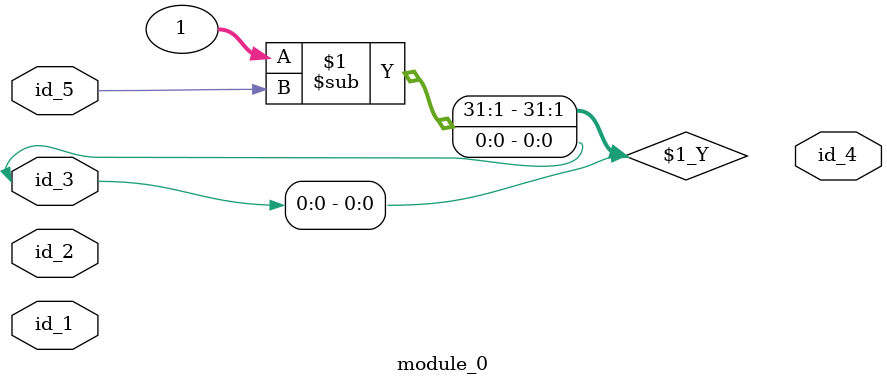
<source format=v>
module module_0 (
    id_1,
    id_2,
    id_3,
    id_4,
    id_5
);
  input id_5;
  output id_4;
  inout id_3;
  input id_2;
  inout id_1;
  assign id_3 = 1 - id_5;
endmodule

</source>
